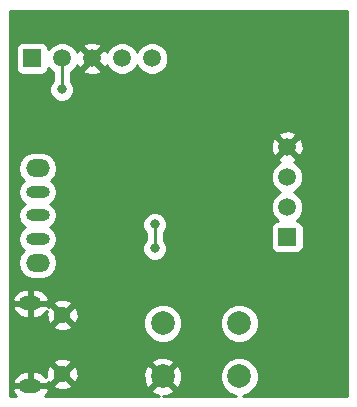
<source format=gbr>
G04 #@! TF.GenerationSoftware,KiCad,Pcbnew,5.0.0-fee4fd1~66~ubuntu18.04.1*
G04 #@! TF.CreationDate,2018-08-25T15:06:22-04:00*
G04 #@! TF.ProjectId,RGB Pulse Blinky,5247422050756C736520426C696E6B79,1*
G04 #@! TF.SameCoordinates,Original*
G04 #@! TF.FileFunction,Copper,L2,Bot,Signal*
G04 #@! TF.FilePolarity,Positive*
%FSLAX46Y46*%
G04 Gerber Fmt 4.6, Leading zero omitted, Abs format (unit mm)*
G04 Created by KiCad (PCBNEW 5.0.0-fee4fd1~66~ubuntu18.04.1) date Sat Aug 25 15:06:22 2018*
%MOMM*%
%LPD*%
G01*
G04 APERTURE LIST*
G04 #@! TA.AperFunction,ComponentPad*
%ADD10O,1.900000X1.200000*%
G04 #@! TD*
G04 #@! TA.AperFunction,ComponentPad*
%ADD11C,1.450000*%
G04 #@! TD*
G04 #@! TA.AperFunction,ComponentPad*
%ADD12C,1.500000*%
G04 #@! TD*
G04 #@! TA.AperFunction,ComponentPad*
%ADD13R,1.500000X1.500000*%
G04 #@! TD*
G04 #@! TA.AperFunction,ComponentPad*
%ADD14O,2.000000X1.500000*%
G04 #@! TD*
G04 #@! TA.AperFunction,ComponentPad*
%ADD15O,2.000000X1.000000*%
G04 #@! TD*
G04 #@! TA.AperFunction,ComponentPad*
%ADD16C,2.000000*%
G04 #@! TD*
G04 #@! TA.AperFunction,ViaPad*
%ADD17C,0.800000*%
G04 #@! TD*
G04 #@! TA.AperFunction,Conductor*
%ADD18C,0.250000*%
G04 #@! TD*
G04 #@! TA.AperFunction,Conductor*
%ADD19C,0.254000*%
G04 #@! TD*
G04 APERTURE END LIST*
D10*
G04 #@! TO.P,J1,6*
G04 #@! TO.N,GND*
X132492000Y-131770000D03*
X132492000Y-124770000D03*
D11*
X135192000Y-130770000D03*
X135192000Y-125770000D03*
G04 #@! TD*
D12*
G04 #@! TO.P,J2,5*
G04 #@! TO.N,Net-(J2-Pad5)*
X142782000Y-104050000D03*
G04 #@! TO.P,J2,4*
G04 #@! TO.N,Net-(J2-Pad4)*
X140242000Y-104050000D03*
G04 #@! TO.P,J2,3*
G04 #@! TO.N,GND*
X137702000Y-104050000D03*
G04 #@! TO.P,J2,2*
G04 #@! TO.N,VDD*
X135162000Y-104050000D03*
D13*
G04 #@! TO.P,J2,1*
G04 #@! TO.N,Net-(C3-Pad1)*
X132622000Y-104050000D03*
G04 #@! TD*
D12*
G04 #@! TO.P,J3,4*
G04 #@! TO.N,GND*
X154212000Y-111540000D03*
G04 #@! TO.P,J3,3*
G04 #@! TO.N,Net-(J3-Pad3)*
X154212000Y-114080000D03*
G04 #@! TO.P,J3,2*
G04 #@! TO.N,Net-(J3-Pad2)*
X154212000Y-116620000D03*
D13*
G04 #@! TO.P,J3,1*
G04 #@! TO.N,VDD*
X154212000Y-119160000D03*
G04 #@! TD*
D14*
G04 #@! TO.P,SW1,5*
G04 #@! TO.N,N/C*
X133096000Y-121348000D03*
D15*
G04 #@! TO.P,SW1,4*
X133096000Y-119348000D03*
G04 #@! TO.P,SW1,3*
X133096000Y-117348000D03*
G04 #@! TO.P,SW1,2*
G04 #@! TO.N,VDD*
X133096000Y-115348000D03*
D14*
G04 #@! TO.P,SW1,1*
G04 #@! TO.N,Net-(C1-Pad1)*
X133096000Y-113348000D03*
G04 #@! TD*
D16*
G04 #@! TO.P,SW2,2*
G04 #@! TO.N,Net-(R1-Pad2)*
X143682000Y-126480000D03*
G04 #@! TO.P,SW2,1*
G04 #@! TO.N,GND*
X143682000Y-130980000D03*
G04 #@! TO.P,SW2,4*
G04 #@! TO.N,N/C*
X150182000Y-126480000D03*
G04 #@! TO.P,SW2,3*
X150182000Y-130980000D03*
G04 #@! TD*
D17*
G04 #@! TO.N,GND*
X136398000Y-111252000D03*
X141732000Y-129540000D03*
X136906000Y-115570000D03*
X159004000Y-130556000D03*
G04 #@! TO.N,Net-(C3-Pad1)*
X143002000Y-120142000D03*
X143002000Y-118110000D03*
G04 #@! TO.N,GND*
X139192000Y-110490000D03*
X156210000Y-126746000D03*
G04 #@! TO.N,VDD*
X135128000Y-106680000D03*
G04 #@! TD*
D18*
G04 #@! TO.N,Net-(C3-Pad1)*
X143002000Y-120142000D02*
X143002000Y-118110000D01*
G04 #@! TO.N,VDD*
X135162000Y-104050000D02*
X135162000Y-106646000D01*
X135162000Y-106646000D02*
X135128000Y-106680000D01*
G04 #@! TD*
D19*
G04 #@! TO.N,GND*
G36*
X159310000Y-132615000D02*
X150507222Y-132615000D01*
X151108153Y-132366086D01*
X151568086Y-131906153D01*
X151817000Y-131305222D01*
X151817000Y-130654778D01*
X151568086Y-130053847D01*
X151108153Y-129593914D01*
X150507222Y-129345000D01*
X149856778Y-129345000D01*
X149255847Y-129593914D01*
X148795914Y-130053847D01*
X148547000Y-130654778D01*
X148547000Y-131305222D01*
X148795914Y-131906153D01*
X149255847Y-132366086D01*
X149856778Y-132615000D01*
X143712247Y-132615000D01*
X144067460Y-132601856D01*
X144556264Y-132399387D01*
X144654927Y-132132532D01*
X143682000Y-131159605D01*
X142709073Y-132132532D01*
X142807736Y-132399387D01*
X143388100Y-132615000D01*
X133730764Y-132615000D01*
X133805080Y-132553474D01*
X134031592Y-132125281D01*
X134035462Y-132087609D01*
X133910731Y-131897000D01*
X132619000Y-131897000D01*
X132619000Y-131917000D01*
X132365000Y-131917000D01*
X132365000Y-131897000D01*
X131073269Y-131897000D01*
X130948538Y-132087609D01*
X130952408Y-132125281D01*
X131178920Y-132553474D01*
X131253236Y-132615000D01*
X130758000Y-132615000D01*
X130758000Y-131723398D01*
X134418207Y-131723398D01*
X134483122Y-131961753D01*
X134993146Y-132142312D01*
X135533444Y-132113949D01*
X135900878Y-131961753D01*
X135965793Y-131723398D01*
X135192000Y-130949605D01*
X134418207Y-131723398D01*
X130758000Y-131723398D01*
X130758000Y-131452391D01*
X130948538Y-131452391D01*
X131073269Y-131643000D01*
X132365000Y-131643000D01*
X132365000Y-130535000D01*
X132619000Y-130535000D01*
X132619000Y-131643000D01*
X133910731Y-131643000D01*
X134015424Y-131483012D01*
X134238602Y-131543793D01*
X135012395Y-130770000D01*
X135371605Y-130770000D01*
X136145398Y-131543793D01*
X136383753Y-131478878D01*
X136564312Y-130968854D01*
X136551011Y-130715461D01*
X142036092Y-130715461D01*
X142060144Y-131365460D01*
X142262613Y-131854264D01*
X142529468Y-131952927D01*
X143502395Y-130980000D01*
X143861605Y-130980000D01*
X144834532Y-131952927D01*
X145101387Y-131854264D01*
X145327908Y-131244539D01*
X145303856Y-130594540D01*
X145101387Y-130105736D01*
X144834532Y-130007073D01*
X143861605Y-130980000D01*
X143502395Y-130980000D01*
X142529468Y-130007073D01*
X142262613Y-130105736D01*
X142036092Y-130715461D01*
X136551011Y-130715461D01*
X136535949Y-130428556D01*
X136383753Y-130061122D01*
X136145398Y-129996207D01*
X135371605Y-130770000D01*
X135012395Y-130770000D01*
X134238602Y-129996207D01*
X134000247Y-130061122D01*
X133819688Y-130571146D01*
X133845505Y-131062945D01*
X133805080Y-130986526D01*
X133431947Y-130677610D01*
X132969000Y-130535000D01*
X132619000Y-130535000D01*
X132365000Y-130535000D01*
X132015000Y-130535000D01*
X131552053Y-130677610D01*
X131178920Y-130986526D01*
X130952408Y-131414719D01*
X130948538Y-131452391D01*
X130758000Y-131452391D01*
X130758000Y-129816602D01*
X134418207Y-129816602D01*
X135192000Y-130590395D01*
X135954927Y-129827468D01*
X142709073Y-129827468D01*
X143682000Y-130800395D01*
X144654927Y-129827468D01*
X144556264Y-129560613D01*
X143946539Y-129334092D01*
X143296540Y-129358144D01*
X142807736Y-129560613D01*
X142709073Y-129827468D01*
X135954927Y-129827468D01*
X135965793Y-129816602D01*
X135900878Y-129578247D01*
X135390854Y-129397688D01*
X134850556Y-129426051D01*
X134483122Y-129578247D01*
X134418207Y-129816602D01*
X130758000Y-129816602D01*
X130758000Y-126723398D01*
X134418207Y-126723398D01*
X134483122Y-126961753D01*
X134993146Y-127142312D01*
X135533444Y-127113949D01*
X135900878Y-126961753D01*
X135965793Y-126723398D01*
X135192000Y-125949605D01*
X134418207Y-126723398D01*
X130758000Y-126723398D01*
X130758000Y-125087609D01*
X130948538Y-125087609D01*
X130952408Y-125125281D01*
X131178920Y-125553474D01*
X131552053Y-125862390D01*
X132015000Y-126005000D01*
X132365000Y-126005000D01*
X132365000Y-124897000D01*
X132619000Y-124897000D01*
X132619000Y-126005000D01*
X132969000Y-126005000D01*
X133431947Y-125862390D01*
X133805080Y-125553474D01*
X133868158Y-125434232D01*
X133819688Y-125571146D01*
X133848051Y-126111444D01*
X134000247Y-126478878D01*
X134238602Y-126543793D01*
X135012395Y-125770000D01*
X135371605Y-125770000D01*
X136145398Y-126543793D01*
X136383753Y-126478878D01*
X136498491Y-126154778D01*
X142047000Y-126154778D01*
X142047000Y-126805222D01*
X142295914Y-127406153D01*
X142755847Y-127866086D01*
X143356778Y-128115000D01*
X144007222Y-128115000D01*
X144608153Y-127866086D01*
X145068086Y-127406153D01*
X145317000Y-126805222D01*
X145317000Y-126154778D01*
X148547000Y-126154778D01*
X148547000Y-126805222D01*
X148795914Y-127406153D01*
X149255847Y-127866086D01*
X149856778Y-128115000D01*
X150507222Y-128115000D01*
X151108153Y-127866086D01*
X151568086Y-127406153D01*
X151817000Y-126805222D01*
X151817000Y-126154778D01*
X151568086Y-125553847D01*
X151108153Y-125093914D01*
X150507222Y-124845000D01*
X149856778Y-124845000D01*
X149255847Y-125093914D01*
X148795914Y-125553847D01*
X148547000Y-126154778D01*
X145317000Y-126154778D01*
X145068086Y-125553847D01*
X144608153Y-125093914D01*
X144007222Y-124845000D01*
X143356778Y-124845000D01*
X142755847Y-125093914D01*
X142295914Y-125553847D01*
X142047000Y-126154778D01*
X136498491Y-126154778D01*
X136564312Y-125968854D01*
X136535949Y-125428556D01*
X136383753Y-125061122D01*
X136145398Y-124996207D01*
X135371605Y-125770000D01*
X135012395Y-125770000D01*
X134238602Y-124996207D01*
X134015424Y-125056988D01*
X133910731Y-124897000D01*
X132619000Y-124897000D01*
X132365000Y-124897000D01*
X131073269Y-124897000D01*
X130948538Y-125087609D01*
X130758000Y-125087609D01*
X130758000Y-124816602D01*
X134418207Y-124816602D01*
X135192000Y-125590395D01*
X135965793Y-124816602D01*
X135900878Y-124578247D01*
X135390854Y-124397688D01*
X134850556Y-124426051D01*
X134483122Y-124578247D01*
X134418207Y-124816602D01*
X130758000Y-124816602D01*
X130758000Y-124452391D01*
X130948538Y-124452391D01*
X131073269Y-124643000D01*
X132365000Y-124643000D01*
X132365000Y-123535000D01*
X132619000Y-123535000D01*
X132619000Y-124643000D01*
X133910731Y-124643000D01*
X134035462Y-124452391D01*
X134031592Y-124414719D01*
X133805080Y-123986526D01*
X133431947Y-123677610D01*
X132969000Y-123535000D01*
X132619000Y-123535000D01*
X132365000Y-123535000D01*
X132015000Y-123535000D01*
X131552053Y-123677610D01*
X131178920Y-123986526D01*
X130952408Y-124414719D01*
X130948538Y-124452391D01*
X130758000Y-124452391D01*
X130758000Y-113348000D01*
X131433867Y-113348000D01*
X131541359Y-113888400D01*
X131847471Y-114346529D01*
X131949667Y-114414814D01*
X131777711Y-114529711D01*
X131526854Y-114905145D01*
X131438765Y-115348000D01*
X131526854Y-115790855D01*
X131777711Y-116166289D01*
X132049661Y-116348000D01*
X131777711Y-116529711D01*
X131526854Y-116905145D01*
X131438765Y-117348000D01*
X131526854Y-117790855D01*
X131777711Y-118166289D01*
X132049661Y-118348000D01*
X131777711Y-118529711D01*
X131526854Y-118905145D01*
X131438765Y-119348000D01*
X131526854Y-119790855D01*
X131777711Y-120166289D01*
X131949667Y-120281186D01*
X131847471Y-120349471D01*
X131541359Y-120807600D01*
X131433867Y-121348000D01*
X131541359Y-121888400D01*
X131847471Y-122346529D01*
X132305600Y-122652641D01*
X132709593Y-122733000D01*
X133482407Y-122733000D01*
X133886400Y-122652641D01*
X134344529Y-122346529D01*
X134650641Y-121888400D01*
X134758133Y-121348000D01*
X134650641Y-120807600D01*
X134344529Y-120349471D01*
X134242333Y-120281186D01*
X134414289Y-120166289D01*
X134665146Y-119790855D01*
X134753235Y-119348000D01*
X134665146Y-118905145D01*
X134414289Y-118529711D01*
X134142339Y-118348000D01*
X134414289Y-118166289D01*
X134589460Y-117904126D01*
X141967000Y-117904126D01*
X141967000Y-118315874D01*
X142124569Y-118696280D01*
X142242001Y-118813712D01*
X142242000Y-119438289D01*
X142124569Y-119555720D01*
X141967000Y-119936126D01*
X141967000Y-120347874D01*
X142124569Y-120728280D01*
X142415720Y-121019431D01*
X142796126Y-121177000D01*
X143207874Y-121177000D01*
X143588280Y-121019431D01*
X143879431Y-120728280D01*
X144037000Y-120347874D01*
X144037000Y-119936126D01*
X143879431Y-119555720D01*
X143762000Y-119438289D01*
X143762000Y-118813711D01*
X143879431Y-118696280D01*
X143998011Y-118410000D01*
X152814560Y-118410000D01*
X152814560Y-119910000D01*
X152863843Y-120157765D01*
X153004191Y-120367809D01*
X153214235Y-120508157D01*
X153462000Y-120557440D01*
X154962000Y-120557440D01*
X155209765Y-120508157D01*
X155419809Y-120367809D01*
X155560157Y-120157765D01*
X155609440Y-119910000D01*
X155609440Y-118410000D01*
X155560157Y-118162235D01*
X155419809Y-117952191D01*
X155209765Y-117811843D01*
X155017156Y-117773531D01*
X155386147Y-117404540D01*
X155597000Y-116895494D01*
X155597000Y-116344506D01*
X155386147Y-115835460D01*
X154996540Y-115445853D01*
X154765130Y-115350000D01*
X154996540Y-115254147D01*
X155386147Y-114864540D01*
X155597000Y-114355494D01*
X155597000Y-113804506D01*
X155386147Y-113295460D01*
X154996540Y-112905853D01*
X154781070Y-112816603D01*
X154935923Y-112752460D01*
X155003912Y-112511517D01*
X154212000Y-111719605D01*
X153420088Y-112511517D01*
X153488077Y-112752460D01*
X153654658Y-112811745D01*
X153427460Y-112905853D01*
X153037853Y-113295460D01*
X152827000Y-113804506D01*
X152827000Y-114355494D01*
X153037853Y-114864540D01*
X153427460Y-115254147D01*
X153658870Y-115350000D01*
X153427460Y-115445853D01*
X153037853Y-115835460D01*
X152827000Y-116344506D01*
X152827000Y-116895494D01*
X153037853Y-117404540D01*
X153406844Y-117773531D01*
X153214235Y-117811843D01*
X153004191Y-117952191D01*
X152863843Y-118162235D01*
X152814560Y-118410000D01*
X143998011Y-118410000D01*
X144037000Y-118315874D01*
X144037000Y-117904126D01*
X143879431Y-117523720D01*
X143588280Y-117232569D01*
X143207874Y-117075000D01*
X142796126Y-117075000D01*
X142415720Y-117232569D01*
X142124569Y-117523720D01*
X141967000Y-117904126D01*
X134589460Y-117904126D01*
X134665146Y-117790855D01*
X134753235Y-117348000D01*
X134665146Y-116905145D01*
X134414289Y-116529711D01*
X134142339Y-116348000D01*
X134414289Y-116166289D01*
X134665146Y-115790855D01*
X134753235Y-115348000D01*
X134665146Y-114905145D01*
X134414289Y-114529711D01*
X134242333Y-114414814D01*
X134344529Y-114346529D01*
X134650641Y-113888400D01*
X134758133Y-113348000D01*
X134650641Y-112807600D01*
X134344529Y-112349471D01*
X133886400Y-112043359D01*
X133482407Y-111963000D01*
X132709593Y-111963000D01*
X132305600Y-112043359D01*
X131847471Y-112349471D01*
X131541359Y-112807600D01*
X131433867Y-113348000D01*
X130758000Y-113348000D01*
X130758000Y-111335171D01*
X152814799Y-111335171D01*
X152842770Y-111885448D01*
X152999540Y-112263923D01*
X153240483Y-112331912D01*
X154032395Y-111540000D01*
X154391605Y-111540000D01*
X155183517Y-112331912D01*
X155424460Y-112263923D01*
X155609201Y-111744829D01*
X155581230Y-111194552D01*
X155424460Y-110816077D01*
X155183517Y-110748088D01*
X154391605Y-111540000D01*
X154032395Y-111540000D01*
X153240483Y-110748088D01*
X152999540Y-110816077D01*
X152814799Y-111335171D01*
X130758000Y-111335171D01*
X130758000Y-110568483D01*
X153420088Y-110568483D01*
X154212000Y-111360395D01*
X155003912Y-110568483D01*
X154935923Y-110327540D01*
X154416829Y-110142799D01*
X153866552Y-110170770D01*
X153488077Y-110327540D01*
X153420088Y-110568483D01*
X130758000Y-110568483D01*
X130758000Y-103300000D01*
X131224560Y-103300000D01*
X131224560Y-104800000D01*
X131273843Y-105047765D01*
X131414191Y-105257809D01*
X131624235Y-105398157D01*
X131872000Y-105447440D01*
X133372000Y-105447440D01*
X133619765Y-105398157D01*
X133829809Y-105257809D01*
X133970157Y-105047765D01*
X134008469Y-104855156D01*
X134377460Y-105224147D01*
X134402000Y-105234312D01*
X134402001Y-105942288D01*
X134250569Y-106093720D01*
X134093000Y-106474126D01*
X134093000Y-106885874D01*
X134250569Y-107266280D01*
X134541720Y-107557431D01*
X134922126Y-107715000D01*
X135333874Y-107715000D01*
X135714280Y-107557431D01*
X136005431Y-107266280D01*
X136163000Y-106885874D01*
X136163000Y-106474126D01*
X136005431Y-106093720D01*
X135922000Y-106010289D01*
X135922000Y-105234312D01*
X135946540Y-105224147D01*
X136149170Y-105021517D01*
X136910088Y-105021517D01*
X136978077Y-105262460D01*
X137497171Y-105447201D01*
X138047448Y-105419230D01*
X138425923Y-105262460D01*
X138493912Y-105021517D01*
X137702000Y-104229605D01*
X136910088Y-105021517D01*
X136149170Y-105021517D01*
X136336147Y-104834540D01*
X136425397Y-104619070D01*
X136489540Y-104773923D01*
X136730483Y-104841912D01*
X137522395Y-104050000D01*
X137881605Y-104050000D01*
X138673517Y-104841912D01*
X138914460Y-104773923D01*
X138973745Y-104607342D01*
X139067853Y-104834540D01*
X139457460Y-105224147D01*
X139966506Y-105435000D01*
X140517494Y-105435000D01*
X141026540Y-105224147D01*
X141416147Y-104834540D01*
X141512000Y-104603130D01*
X141607853Y-104834540D01*
X141997460Y-105224147D01*
X142506506Y-105435000D01*
X143057494Y-105435000D01*
X143566540Y-105224147D01*
X143956147Y-104834540D01*
X144167000Y-104325494D01*
X144167000Y-103774506D01*
X143956147Y-103265460D01*
X143566540Y-102875853D01*
X143057494Y-102665000D01*
X142506506Y-102665000D01*
X141997460Y-102875853D01*
X141607853Y-103265460D01*
X141512000Y-103496870D01*
X141416147Y-103265460D01*
X141026540Y-102875853D01*
X140517494Y-102665000D01*
X139966506Y-102665000D01*
X139457460Y-102875853D01*
X139067853Y-103265460D01*
X138978603Y-103480930D01*
X138914460Y-103326077D01*
X138673517Y-103258088D01*
X137881605Y-104050000D01*
X137522395Y-104050000D01*
X136730483Y-103258088D01*
X136489540Y-103326077D01*
X136430255Y-103492658D01*
X136336147Y-103265460D01*
X136149170Y-103078483D01*
X136910088Y-103078483D01*
X137702000Y-103870395D01*
X138493912Y-103078483D01*
X138425923Y-102837540D01*
X137906829Y-102652799D01*
X137356552Y-102680770D01*
X136978077Y-102837540D01*
X136910088Y-103078483D01*
X136149170Y-103078483D01*
X135946540Y-102875853D01*
X135437494Y-102665000D01*
X134886506Y-102665000D01*
X134377460Y-102875853D01*
X134008469Y-103244844D01*
X133970157Y-103052235D01*
X133829809Y-102842191D01*
X133619765Y-102701843D01*
X133372000Y-102652560D01*
X131872000Y-102652560D01*
X131624235Y-102701843D01*
X131414191Y-102842191D01*
X131273843Y-103052235D01*
X131224560Y-103300000D01*
X130758000Y-103300000D01*
X130758000Y-100049000D01*
X159310001Y-100049000D01*
X159310000Y-132615000D01*
X159310000Y-132615000D01*
G37*
X159310000Y-132615000D02*
X150507222Y-132615000D01*
X151108153Y-132366086D01*
X151568086Y-131906153D01*
X151817000Y-131305222D01*
X151817000Y-130654778D01*
X151568086Y-130053847D01*
X151108153Y-129593914D01*
X150507222Y-129345000D01*
X149856778Y-129345000D01*
X149255847Y-129593914D01*
X148795914Y-130053847D01*
X148547000Y-130654778D01*
X148547000Y-131305222D01*
X148795914Y-131906153D01*
X149255847Y-132366086D01*
X149856778Y-132615000D01*
X143712247Y-132615000D01*
X144067460Y-132601856D01*
X144556264Y-132399387D01*
X144654927Y-132132532D01*
X143682000Y-131159605D01*
X142709073Y-132132532D01*
X142807736Y-132399387D01*
X143388100Y-132615000D01*
X133730764Y-132615000D01*
X133805080Y-132553474D01*
X134031592Y-132125281D01*
X134035462Y-132087609D01*
X133910731Y-131897000D01*
X132619000Y-131897000D01*
X132619000Y-131917000D01*
X132365000Y-131917000D01*
X132365000Y-131897000D01*
X131073269Y-131897000D01*
X130948538Y-132087609D01*
X130952408Y-132125281D01*
X131178920Y-132553474D01*
X131253236Y-132615000D01*
X130758000Y-132615000D01*
X130758000Y-131723398D01*
X134418207Y-131723398D01*
X134483122Y-131961753D01*
X134993146Y-132142312D01*
X135533444Y-132113949D01*
X135900878Y-131961753D01*
X135965793Y-131723398D01*
X135192000Y-130949605D01*
X134418207Y-131723398D01*
X130758000Y-131723398D01*
X130758000Y-131452391D01*
X130948538Y-131452391D01*
X131073269Y-131643000D01*
X132365000Y-131643000D01*
X132365000Y-130535000D01*
X132619000Y-130535000D01*
X132619000Y-131643000D01*
X133910731Y-131643000D01*
X134015424Y-131483012D01*
X134238602Y-131543793D01*
X135012395Y-130770000D01*
X135371605Y-130770000D01*
X136145398Y-131543793D01*
X136383753Y-131478878D01*
X136564312Y-130968854D01*
X136551011Y-130715461D01*
X142036092Y-130715461D01*
X142060144Y-131365460D01*
X142262613Y-131854264D01*
X142529468Y-131952927D01*
X143502395Y-130980000D01*
X143861605Y-130980000D01*
X144834532Y-131952927D01*
X145101387Y-131854264D01*
X145327908Y-131244539D01*
X145303856Y-130594540D01*
X145101387Y-130105736D01*
X144834532Y-130007073D01*
X143861605Y-130980000D01*
X143502395Y-130980000D01*
X142529468Y-130007073D01*
X142262613Y-130105736D01*
X142036092Y-130715461D01*
X136551011Y-130715461D01*
X136535949Y-130428556D01*
X136383753Y-130061122D01*
X136145398Y-129996207D01*
X135371605Y-130770000D01*
X135012395Y-130770000D01*
X134238602Y-129996207D01*
X134000247Y-130061122D01*
X133819688Y-130571146D01*
X133845505Y-131062945D01*
X133805080Y-130986526D01*
X133431947Y-130677610D01*
X132969000Y-130535000D01*
X132619000Y-130535000D01*
X132365000Y-130535000D01*
X132015000Y-130535000D01*
X131552053Y-130677610D01*
X131178920Y-130986526D01*
X130952408Y-131414719D01*
X130948538Y-131452391D01*
X130758000Y-131452391D01*
X130758000Y-129816602D01*
X134418207Y-129816602D01*
X135192000Y-130590395D01*
X135954927Y-129827468D01*
X142709073Y-129827468D01*
X143682000Y-130800395D01*
X144654927Y-129827468D01*
X144556264Y-129560613D01*
X143946539Y-129334092D01*
X143296540Y-129358144D01*
X142807736Y-129560613D01*
X142709073Y-129827468D01*
X135954927Y-129827468D01*
X135965793Y-129816602D01*
X135900878Y-129578247D01*
X135390854Y-129397688D01*
X134850556Y-129426051D01*
X134483122Y-129578247D01*
X134418207Y-129816602D01*
X130758000Y-129816602D01*
X130758000Y-126723398D01*
X134418207Y-126723398D01*
X134483122Y-126961753D01*
X134993146Y-127142312D01*
X135533444Y-127113949D01*
X135900878Y-126961753D01*
X135965793Y-126723398D01*
X135192000Y-125949605D01*
X134418207Y-126723398D01*
X130758000Y-126723398D01*
X130758000Y-125087609D01*
X130948538Y-125087609D01*
X130952408Y-125125281D01*
X131178920Y-125553474D01*
X131552053Y-125862390D01*
X132015000Y-126005000D01*
X132365000Y-126005000D01*
X132365000Y-124897000D01*
X132619000Y-124897000D01*
X132619000Y-126005000D01*
X132969000Y-126005000D01*
X133431947Y-125862390D01*
X133805080Y-125553474D01*
X133868158Y-125434232D01*
X133819688Y-125571146D01*
X133848051Y-126111444D01*
X134000247Y-126478878D01*
X134238602Y-126543793D01*
X135012395Y-125770000D01*
X135371605Y-125770000D01*
X136145398Y-126543793D01*
X136383753Y-126478878D01*
X136498491Y-126154778D01*
X142047000Y-126154778D01*
X142047000Y-126805222D01*
X142295914Y-127406153D01*
X142755847Y-127866086D01*
X143356778Y-128115000D01*
X144007222Y-128115000D01*
X144608153Y-127866086D01*
X145068086Y-127406153D01*
X145317000Y-126805222D01*
X145317000Y-126154778D01*
X148547000Y-126154778D01*
X148547000Y-126805222D01*
X148795914Y-127406153D01*
X149255847Y-127866086D01*
X149856778Y-128115000D01*
X150507222Y-128115000D01*
X151108153Y-127866086D01*
X151568086Y-127406153D01*
X151817000Y-126805222D01*
X151817000Y-126154778D01*
X151568086Y-125553847D01*
X151108153Y-125093914D01*
X150507222Y-124845000D01*
X149856778Y-124845000D01*
X149255847Y-125093914D01*
X148795914Y-125553847D01*
X148547000Y-126154778D01*
X145317000Y-126154778D01*
X145068086Y-125553847D01*
X144608153Y-125093914D01*
X144007222Y-124845000D01*
X143356778Y-124845000D01*
X142755847Y-125093914D01*
X142295914Y-125553847D01*
X142047000Y-126154778D01*
X136498491Y-126154778D01*
X136564312Y-125968854D01*
X136535949Y-125428556D01*
X136383753Y-125061122D01*
X136145398Y-124996207D01*
X135371605Y-125770000D01*
X135012395Y-125770000D01*
X134238602Y-124996207D01*
X134015424Y-125056988D01*
X133910731Y-124897000D01*
X132619000Y-124897000D01*
X132365000Y-124897000D01*
X131073269Y-124897000D01*
X130948538Y-125087609D01*
X130758000Y-125087609D01*
X130758000Y-124816602D01*
X134418207Y-124816602D01*
X135192000Y-125590395D01*
X135965793Y-124816602D01*
X135900878Y-124578247D01*
X135390854Y-124397688D01*
X134850556Y-124426051D01*
X134483122Y-124578247D01*
X134418207Y-124816602D01*
X130758000Y-124816602D01*
X130758000Y-124452391D01*
X130948538Y-124452391D01*
X131073269Y-124643000D01*
X132365000Y-124643000D01*
X132365000Y-123535000D01*
X132619000Y-123535000D01*
X132619000Y-124643000D01*
X133910731Y-124643000D01*
X134035462Y-124452391D01*
X134031592Y-124414719D01*
X133805080Y-123986526D01*
X133431947Y-123677610D01*
X132969000Y-123535000D01*
X132619000Y-123535000D01*
X132365000Y-123535000D01*
X132015000Y-123535000D01*
X131552053Y-123677610D01*
X131178920Y-123986526D01*
X130952408Y-124414719D01*
X130948538Y-124452391D01*
X130758000Y-124452391D01*
X130758000Y-113348000D01*
X131433867Y-113348000D01*
X131541359Y-113888400D01*
X131847471Y-114346529D01*
X131949667Y-114414814D01*
X131777711Y-114529711D01*
X131526854Y-114905145D01*
X131438765Y-115348000D01*
X131526854Y-115790855D01*
X131777711Y-116166289D01*
X132049661Y-116348000D01*
X131777711Y-116529711D01*
X131526854Y-116905145D01*
X131438765Y-117348000D01*
X131526854Y-117790855D01*
X131777711Y-118166289D01*
X132049661Y-118348000D01*
X131777711Y-118529711D01*
X131526854Y-118905145D01*
X131438765Y-119348000D01*
X131526854Y-119790855D01*
X131777711Y-120166289D01*
X131949667Y-120281186D01*
X131847471Y-120349471D01*
X131541359Y-120807600D01*
X131433867Y-121348000D01*
X131541359Y-121888400D01*
X131847471Y-122346529D01*
X132305600Y-122652641D01*
X132709593Y-122733000D01*
X133482407Y-122733000D01*
X133886400Y-122652641D01*
X134344529Y-122346529D01*
X134650641Y-121888400D01*
X134758133Y-121348000D01*
X134650641Y-120807600D01*
X134344529Y-120349471D01*
X134242333Y-120281186D01*
X134414289Y-120166289D01*
X134665146Y-119790855D01*
X134753235Y-119348000D01*
X134665146Y-118905145D01*
X134414289Y-118529711D01*
X134142339Y-118348000D01*
X134414289Y-118166289D01*
X134589460Y-117904126D01*
X141967000Y-117904126D01*
X141967000Y-118315874D01*
X142124569Y-118696280D01*
X142242001Y-118813712D01*
X142242000Y-119438289D01*
X142124569Y-119555720D01*
X141967000Y-119936126D01*
X141967000Y-120347874D01*
X142124569Y-120728280D01*
X142415720Y-121019431D01*
X142796126Y-121177000D01*
X143207874Y-121177000D01*
X143588280Y-121019431D01*
X143879431Y-120728280D01*
X144037000Y-120347874D01*
X144037000Y-119936126D01*
X143879431Y-119555720D01*
X143762000Y-119438289D01*
X143762000Y-118813711D01*
X143879431Y-118696280D01*
X143998011Y-118410000D01*
X152814560Y-118410000D01*
X152814560Y-119910000D01*
X152863843Y-120157765D01*
X153004191Y-120367809D01*
X153214235Y-120508157D01*
X153462000Y-120557440D01*
X154962000Y-120557440D01*
X155209765Y-120508157D01*
X155419809Y-120367809D01*
X155560157Y-120157765D01*
X155609440Y-119910000D01*
X155609440Y-118410000D01*
X155560157Y-118162235D01*
X155419809Y-117952191D01*
X155209765Y-117811843D01*
X155017156Y-117773531D01*
X155386147Y-117404540D01*
X155597000Y-116895494D01*
X155597000Y-116344506D01*
X155386147Y-115835460D01*
X154996540Y-115445853D01*
X154765130Y-115350000D01*
X154996540Y-115254147D01*
X155386147Y-114864540D01*
X155597000Y-114355494D01*
X155597000Y-113804506D01*
X155386147Y-113295460D01*
X154996540Y-112905853D01*
X154781070Y-112816603D01*
X154935923Y-112752460D01*
X155003912Y-112511517D01*
X154212000Y-111719605D01*
X153420088Y-112511517D01*
X153488077Y-112752460D01*
X153654658Y-112811745D01*
X153427460Y-112905853D01*
X153037853Y-113295460D01*
X152827000Y-113804506D01*
X152827000Y-114355494D01*
X153037853Y-114864540D01*
X153427460Y-115254147D01*
X153658870Y-115350000D01*
X153427460Y-115445853D01*
X153037853Y-115835460D01*
X152827000Y-116344506D01*
X152827000Y-116895494D01*
X153037853Y-117404540D01*
X153406844Y-117773531D01*
X153214235Y-117811843D01*
X153004191Y-117952191D01*
X152863843Y-118162235D01*
X152814560Y-118410000D01*
X143998011Y-118410000D01*
X144037000Y-118315874D01*
X144037000Y-117904126D01*
X143879431Y-117523720D01*
X143588280Y-117232569D01*
X143207874Y-117075000D01*
X142796126Y-117075000D01*
X142415720Y-117232569D01*
X142124569Y-117523720D01*
X141967000Y-117904126D01*
X134589460Y-117904126D01*
X134665146Y-117790855D01*
X134753235Y-117348000D01*
X134665146Y-116905145D01*
X134414289Y-116529711D01*
X134142339Y-116348000D01*
X134414289Y-116166289D01*
X134665146Y-115790855D01*
X134753235Y-115348000D01*
X134665146Y-114905145D01*
X134414289Y-114529711D01*
X134242333Y-114414814D01*
X134344529Y-114346529D01*
X134650641Y-113888400D01*
X134758133Y-113348000D01*
X134650641Y-112807600D01*
X134344529Y-112349471D01*
X133886400Y-112043359D01*
X133482407Y-111963000D01*
X132709593Y-111963000D01*
X132305600Y-112043359D01*
X131847471Y-112349471D01*
X131541359Y-112807600D01*
X131433867Y-113348000D01*
X130758000Y-113348000D01*
X130758000Y-111335171D01*
X152814799Y-111335171D01*
X152842770Y-111885448D01*
X152999540Y-112263923D01*
X153240483Y-112331912D01*
X154032395Y-111540000D01*
X154391605Y-111540000D01*
X155183517Y-112331912D01*
X155424460Y-112263923D01*
X155609201Y-111744829D01*
X155581230Y-111194552D01*
X155424460Y-110816077D01*
X155183517Y-110748088D01*
X154391605Y-111540000D01*
X154032395Y-111540000D01*
X153240483Y-110748088D01*
X152999540Y-110816077D01*
X152814799Y-111335171D01*
X130758000Y-111335171D01*
X130758000Y-110568483D01*
X153420088Y-110568483D01*
X154212000Y-111360395D01*
X155003912Y-110568483D01*
X154935923Y-110327540D01*
X154416829Y-110142799D01*
X153866552Y-110170770D01*
X153488077Y-110327540D01*
X153420088Y-110568483D01*
X130758000Y-110568483D01*
X130758000Y-103300000D01*
X131224560Y-103300000D01*
X131224560Y-104800000D01*
X131273843Y-105047765D01*
X131414191Y-105257809D01*
X131624235Y-105398157D01*
X131872000Y-105447440D01*
X133372000Y-105447440D01*
X133619765Y-105398157D01*
X133829809Y-105257809D01*
X133970157Y-105047765D01*
X134008469Y-104855156D01*
X134377460Y-105224147D01*
X134402000Y-105234312D01*
X134402001Y-105942288D01*
X134250569Y-106093720D01*
X134093000Y-106474126D01*
X134093000Y-106885874D01*
X134250569Y-107266280D01*
X134541720Y-107557431D01*
X134922126Y-107715000D01*
X135333874Y-107715000D01*
X135714280Y-107557431D01*
X136005431Y-107266280D01*
X136163000Y-106885874D01*
X136163000Y-106474126D01*
X136005431Y-106093720D01*
X135922000Y-106010289D01*
X135922000Y-105234312D01*
X135946540Y-105224147D01*
X136149170Y-105021517D01*
X136910088Y-105021517D01*
X136978077Y-105262460D01*
X137497171Y-105447201D01*
X138047448Y-105419230D01*
X138425923Y-105262460D01*
X138493912Y-105021517D01*
X137702000Y-104229605D01*
X136910088Y-105021517D01*
X136149170Y-105021517D01*
X136336147Y-104834540D01*
X136425397Y-104619070D01*
X136489540Y-104773923D01*
X136730483Y-104841912D01*
X137522395Y-104050000D01*
X137881605Y-104050000D01*
X138673517Y-104841912D01*
X138914460Y-104773923D01*
X138973745Y-104607342D01*
X139067853Y-104834540D01*
X139457460Y-105224147D01*
X139966506Y-105435000D01*
X140517494Y-105435000D01*
X141026540Y-105224147D01*
X141416147Y-104834540D01*
X141512000Y-104603130D01*
X141607853Y-104834540D01*
X141997460Y-105224147D01*
X142506506Y-105435000D01*
X143057494Y-105435000D01*
X143566540Y-105224147D01*
X143956147Y-104834540D01*
X144167000Y-104325494D01*
X144167000Y-103774506D01*
X143956147Y-103265460D01*
X143566540Y-102875853D01*
X143057494Y-102665000D01*
X142506506Y-102665000D01*
X141997460Y-102875853D01*
X141607853Y-103265460D01*
X141512000Y-103496870D01*
X141416147Y-103265460D01*
X141026540Y-102875853D01*
X140517494Y-102665000D01*
X139966506Y-102665000D01*
X139457460Y-102875853D01*
X139067853Y-103265460D01*
X138978603Y-103480930D01*
X138914460Y-103326077D01*
X138673517Y-103258088D01*
X137881605Y-104050000D01*
X137522395Y-104050000D01*
X136730483Y-103258088D01*
X136489540Y-103326077D01*
X136430255Y-103492658D01*
X136336147Y-103265460D01*
X136149170Y-103078483D01*
X136910088Y-103078483D01*
X137702000Y-103870395D01*
X138493912Y-103078483D01*
X138425923Y-102837540D01*
X137906829Y-102652799D01*
X137356552Y-102680770D01*
X136978077Y-102837540D01*
X136910088Y-103078483D01*
X136149170Y-103078483D01*
X135946540Y-102875853D01*
X135437494Y-102665000D01*
X134886506Y-102665000D01*
X134377460Y-102875853D01*
X134008469Y-103244844D01*
X133970157Y-103052235D01*
X133829809Y-102842191D01*
X133619765Y-102701843D01*
X133372000Y-102652560D01*
X131872000Y-102652560D01*
X131624235Y-102701843D01*
X131414191Y-102842191D01*
X131273843Y-103052235D01*
X131224560Y-103300000D01*
X130758000Y-103300000D01*
X130758000Y-100049000D01*
X159310001Y-100049000D01*
X159310000Y-132615000D01*
G04 #@! TD*
M02*

</source>
